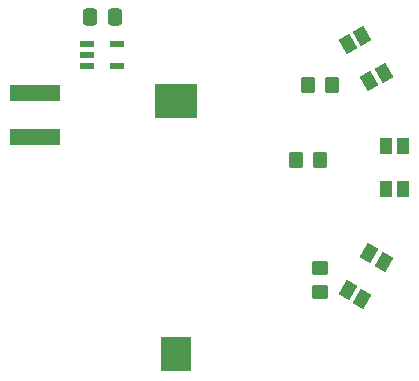
<source format=gbp>
G04 #@! TF.GenerationSoftware,KiCad,Pcbnew,(6.0.11)*
G04 #@! TF.CreationDate,2023-03-31T13:58:03+02:00*
G04 #@! TF.ProjectId,Horloge,486f726c-6f67-4652-9e6b-696361645f70,rev?*
G04 #@! TF.SameCoordinates,Original*
G04 #@! TF.FileFunction,Paste,Bot*
G04 #@! TF.FilePolarity,Positive*
%FSLAX46Y46*%
G04 Gerber Fmt 4.6, Leading zero omitted, Abs format (unit mm)*
G04 Created by KiCad (PCBNEW (6.0.11)) date 2023-03-31 13:58:03*
%MOMM*%
%LPD*%
G01*
G04 APERTURE LIST*
G04 Aperture macros list*
%AMRoundRect*
0 Rectangle with rounded corners*
0 $1 Rounding radius*
0 $2 $3 $4 $5 $6 $7 $8 $9 X,Y pos of 4 corners*
0 Add a 4 corners polygon primitive as box body*
4,1,4,$2,$3,$4,$5,$6,$7,$8,$9,$2,$3,0*
0 Add four circle primitives for the rounded corners*
1,1,$1+$1,$2,$3*
1,1,$1+$1,$4,$5*
1,1,$1+$1,$6,$7*
1,1,$1+$1,$8,$9*
0 Add four rect primitives between the rounded corners*
20,1,$1+$1,$2,$3,$4,$5,0*
20,1,$1+$1,$4,$5,$6,$7,0*
20,1,$1+$1,$6,$7,$8,$9,0*
20,1,$1+$1,$8,$9,$2,$3,0*%
%AMRotRect*
0 Rectangle, with rotation*
0 The origin of the aperture is its center*
0 $1 length*
0 $2 width*
0 $3 Rotation angle, in degrees counterclockwise*
0 Add horizontal line*
21,1,$1,$2,0,0,$3*%
G04 Aperture macros list end*
%ADD10R,1.050000X1.400000*%
%ADD11R,4.200000X1.400000*%
%ADD12R,3.600000X3.000000*%
%ADD13R,2.600000X3.000000*%
%ADD14RotRect,1.400000X1.050000X240.000000*%
%ADD15RoundRect,0.088500X-0.516500X-0.206500X0.516500X-0.206500X0.516500X0.206500X-0.516500X0.206500X0*%
%ADD16RoundRect,0.250000X0.450000X-0.350000X0.450000X0.350000X-0.450000X0.350000X-0.450000X-0.350000X0*%
%ADD17RoundRect,0.250000X-0.350000X-0.450000X0.350000X-0.450000X0.350000X0.450000X-0.350000X0.450000X0*%
%ADD18RotRect,1.400000X1.050000X300.000000*%
%ADD19RoundRect,0.250000X0.337500X0.475000X-0.337500X0.475000X-0.337500X-0.475000X0.337500X-0.475000X0*%
G04 APERTURE END LIST*
D10*
X101510000Y-89640000D03*
X101510000Y-93240000D03*
X102960000Y-89640000D03*
X102960000Y-93240000D03*
D11*
X71755000Y-88845000D03*
X71755000Y-85145000D03*
D12*
X83720000Y-85862681D03*
D13*
X83720000Y-107262681D03*
D14*
X100042728Y-98721409D03*
X98242728Y-101839101D03*
X101298464Y-99446409D03*
X99498464Y-102564101D03*
D15*
X76215000Y-82865000D03*
X76215000Y-81915000D03*
X76215000Y-80965000D03*
X78725000Y-80965000D03*
X78725000Y-82865000D03*
D16*
X95885000Y-101965000D03*
X95885000Y-99965000D03*
D17*
X94885000Y-84455000D03*
X96885000Y-84455000D03*
D18*
X98239318Y-81034990D03*
X100039318Y-84152682D03*
X99495054Y-80309990D03*
X101295054Y-83427682D03*
D17*
X93885000Y-90805000D03*
X95885000Y-90805000D03*
D19*
X78507500Y-78740000D03*
X76432500Y-78740000D03*
M02*

</source>
